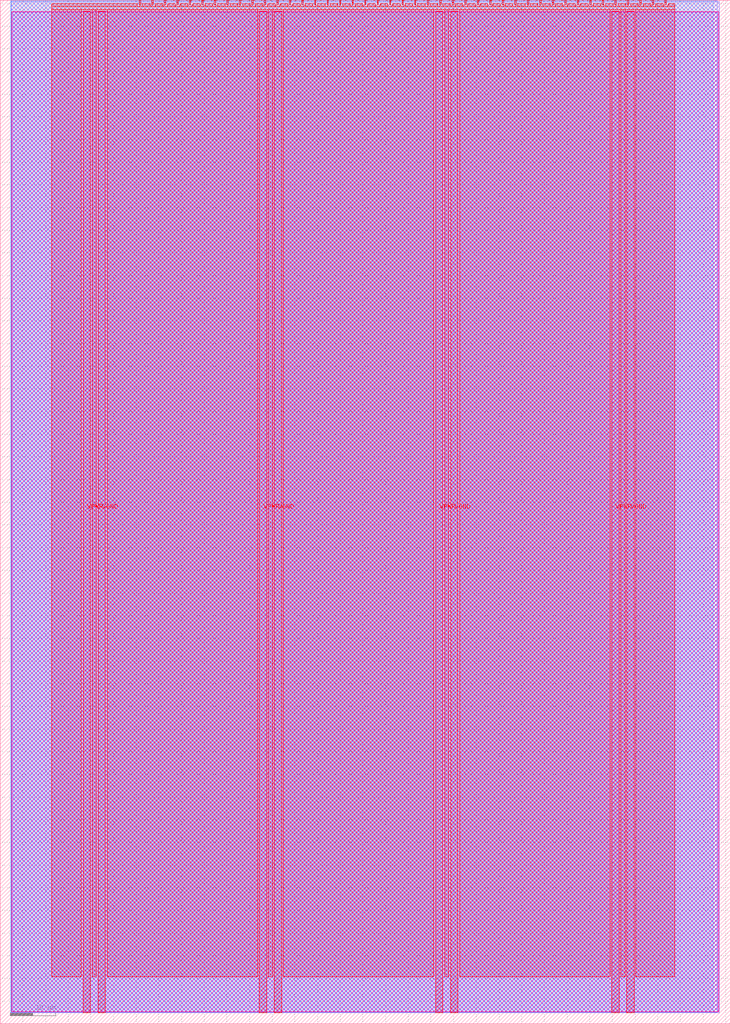
<source format=lef>
VERSION 5.7 ;
  NOWIREEXTENSIONATPIN ON ;
  DIVIDERCHAR "/" ;
  BUSBITCHARS "[]" ;
MACRO tt_um_tpu
  CLASS BLOCK ;
  FOREIGN tt_um_tpu ;
  ORIGIN 0.000 0.000 ;
  SIZE 161.000 BY 225.760 ;
  PIN VGND
    DIRECTION INOUT ;
    USE GROUND ;
    PORT
      LAYER met4 ;
        RECT 21.580 2.480 23.180 223.280 ;
    END
    PORT
      LAYER met4 ;
        RECT 60.450 2.480 62.050 223.280 ;
    END
    PORT
      LAYER met4 ;
        RECT 99.320 2.480 100.920 223.280 ;
    END
    PORT
      LAYER met4 ;
        RECT 138.190 2.480 139.790 223.280 ;
    END
  END VGND
  PIN VPWR
    DIRECTION INOUT ;
    USE POWER ;
    PORT
      LAYER met4 ;
        RECT 18.280 2.480 19.880 223.280 ;
    END
    PORT
      LAYER met4 ;
        RECT 57.150 2.480 58.750 223.280 ;
    END
    PORT
      LAYER met4 ;
        RECT 96.020 2.480 97.620 223.280 ;
    END
    PORT
      LAYER met4 ;
        RECT 134.890 2.480 136.490 223.280 ;
    END
  END VPWR
  PIN clk
    DIRECTION INPUT ;
    USE SIGNAL ;
    ANTENNAGATEAREA 0.852000 ;
    PORT
      LAYER met4 ;
        RECT 143.830 224.760 144.130 225.760 ;
    END
  END clk
  PIN ena
    DIRECTION INPUT ;
    USE SIGNAL ;
    PORT
      LAYER met4 ;
        RECT 146.590 224.760 146.890 225.760 ;
    END
  END ena
  PIN rst_n
    DIRECTION INPUT ;
    USE SIGNAL ;
    ANTENNAGATEAREA 0.213000 ;
    PORT
      LAYER met4 ;
        RECT 141.070 224.760 141.370 225.760 ;
    END
  END rst_n
  PIN ui_in[0]
    DIRECTION INPUT ;
    USE SIGNAL ;
    ANTENNAGATEAREA 0.159000 ;
    PORT
      LAYER met4 ;
        RECT 138.310 224.760 138.610 225.760 ;
    END
  END ui_in[0]
  PIN ui_in[1]
    DIRECTION INPUT ;
    USE SIGNAL ;
    ANTENNAGATEAREA 0.159000 ;
    PORT
      LAYER met4 ;
        RECT 135.550 224.760 135.850 225.760 ;
    END
  END ui_in[1]
  PIN ui_in[2]
    DIRECTION INPUT ;
    USE SIGNAL ;
    ANTENNAGATEAREA 0.213000 ;
    PORT
      LAYER met4 ;
        RECT 132.790 224.760 133.090 225.760 ;
    END
  END ui_in[2]
  PIN ui_in[3]
    DIRECTION INPUT ;
    USE SIGNAL ;
    ANTENNAGATEAREA 0.213000 ;
    PORT
      LAYER met4 ;
        RECT 130.030 224.760 130.330 225.760 ;
    END
  END ui_in[3]
  PIN ui_in[4]
    DIRECTION INPUT ;
    USE SIGNAL ;
    ANTENNAGATEAREA 0.159000 ;
    PORT
      LAYER met4 ;
        RECT 127.270 224.760 127.570 225.760 ;
    END
  END ui_in[4]
  PIN ui_in[5]
    DIRECTION INPUT ;
    USE SIGNAL ;
    ANTENNAGATEAREA 0.159000 ;
    PORT
      LAYER met4 ;
        RECT 124.510 224.760 124.810 225.760 ;
    END
  END ui_in[5]
  PIN ui_in[6]
    DIRECTION INPUT ;
    USE SIGNAL ;
    ANTENNAGATEAREA 0.159000 ;
    PORT
      LAYER met4 ;
        RECT 121.750 224.760 122.050 225.760 ;
    END
  END ui_in[6]
  PIN ui_in[7]
    DIRECTION INPUT ;
    USE SIGNAL ;
    ANTENNAGATEAREA 0.159000 ;
    PORT
      LAYER met4 ;
        RECT 118.990 224.760 119.290 225.760 ;
    END
  END ui_in[7]
  PIN uio_in[0]
    DIRECTION INPUT ;
    USE SIGNAL ;
    ANTENNAGATEAREA 0.196500 ;
    PORT
      LAYER met4 ;
        RECT 116.230 224.760 116.530 225.760 ;
    END
  END uio_in[0]
  PIN uio_in[1]
    DIRECTION INPUT ;
    USE SIGNAL ;
    ANTENNAGATEAREA 0.196500 ;
    PORT
      LAYER met4 ;
        RECT 113.470 224.760 113.770 225.760 ;
    END
  END uio_in[1]
  PIN uio_in[2]
    DIRECTION INPUT ;
    USE SIGNAL ;
    ANTENNAGATEAREA 0.213000 ;
    PORT
      LAYER met4 ;
        RECT 110.710 224.760 111.010 225.760 ;
    END
  END uio_in[2]
  PIN uio_in[3]
    DIRECTION INPUT ;
    USE SIGNAL ;
    PORT
      LAYER met4 ;
        RECT 107.950 224.760 108.250 225.760 ;
    END
  END uio_in[3]
  PIN uio_in[4]
    DIRECTION INPUT ;
    USE SIGNAL ;
    PORT
      LAYER met4 ;
        RECT 105.190 224.760 105.490 225.760 ;
    END
  END uio_in[4]
  PIN uio_in[5]
    DIRECTION INPUT ;
    USE SIGNAL ;
    PORT
      LAYER met4 ;
        RECT 102.430 224.760 102.730 225.760 ;
    END
  END uio_in[5]
  PIN uio_in[6]
    DIRECTION INPUT ;
    USE SIGNAL ;
    PORT
      LAYER met4 ;
        RECT 99.670 224.760 99.970 225.760 ;
    END
  END uio_in[6]
  PIN uio_in[7]
    DIRECTION INPUT ;
    USE SIGNAL ;
    PORT
      LAYER met4 ;
        RECT 96.910 224.760 97.210 225.760 ;
    END
  END uio_in[7]
  PIN uio_oe[0]
    DIRECTION OUTPUT ;
    USE SIGNAL ;
    PORT
      LAYER met4 ;
        RECT 49.990 224.760 50.290 225.760 ;
    END
  END uio_oe[0]
  PIN uio_oe[1]
    DIRECTION OUTPUT ;
    USE SIGNAL ;
    PORT
      LAYER met4 ;
        RECT 47.230 224.760 47.530 225.760 ;
    END
  END uio_oe[1]
  PIN uio_oe[2]
    DIRECTION OUTPUT ;
    USE SIGNAL ;
    PORT
      LAYER met4 ;
        RECT 44.470 224.760 44.770 225.760 ;
    END
  END uio_oe[2]
  PIN uio_oe[3]
    DIRECTION OUTPUT ;
    USE SIGNAL ;
    PORT
      LAYER met4 ;
        RECT 41.710 224.760 42.010 225.760 ;
    END
  END uio_oe[3]
  PIN uio_oe[4]
    DIRECTION OUTPUT ;
    USE SIGNAL ;
    PORT
      LAYER met4 ;
        RECT 38.950 224.760 39.250 225.760 ;
    END
  END uio_oe[4]
  PIN uio_oe[5]
    DIRECTION OUTPUT ;
    USE SIGNAL ;
    PORT
      LAYER met4 ;
        RECT 36.190 224.760 36.490 225.760 ;
    END
  END uio_oe[5]
  PIN uio_oe[6]
    DIRECTION OUTPUT ;
    USE SIGNAL ;
    PORT
      LAYER met4 ;
        RECT 33.430 224.760 33.730 225.760 ;
    END
  END uio_oe[6]
  PIN uio_oe[7]
    DIRECTION OUTPUT ;
    USE SIGNAL ;
    PORT
      LAYER met4 ;
        RECT 30.670 224.760 30.970 225.760 ;
    END
  END uio_oe[7]
  PIN uio_out[0]
    DIRECTION OUTPUT ;
    USE SIGNAL ;
    PORT
      LAYER met4 ;
        RECT 72.070 224.760 72.370 225.760 ;
    END
  END uio_out[0]
  PIN uio_out[1]
    DIRECTION OUTPUT ;
    USE SIGNAL ;
    PORT
      LAYER met4 ;
        RECT 69.310 224.760 69.610 225.760 ;
    END
  END uio_out[1]
  PIN uio_out[2]
    DIRECTION OUTPUT ;
    USE SIGNAL ;
    PORT
      LAYER met4 ;
        RECT 66.550 224.760 66.850 225.760 ;
    END
  END uio_out[2]
  PIN uio_out[3]
    DIRECTION OUTPUT ;
    USE SIGNAL ;
    PORT
      LAYER met4 ;
        RECT 63.790 224.760 64.090 225.760 ;
    END
  END uio_out[3]
  PIN uio_out[4]
    DIRECTION OUTPUT ;
    USE SIGNAL ;
    PORT
      LAYER met4 ;
        RECT 61.030 224.760 61.330 225.760 ;
    END
  END uio_out[4]
  PIN uio_out[5]
    DIRECTION OUTPUT ;
    USE SIGNAL ;
    ANTENNADIFFAREA 0.795200 ;
    PORT
      LAYER met4 ;
        RECT 58.270 224.760 58.570 225.760 ;
    END
  END uio_out[5]
  PIN uio_out[6]
    DIRECTION OUTPUT ;
    USE SIGNAL ;
    ANTENNADIFFAREA 0.795200 ;
    PORT
      LAYER met4 ;
        RECT 55.510 224.760 55.810 225.760 ;
    END
  END uio_out[6]
  PIN uio_out[7]
    DIRECTION OUTPUT ;
    USE SIGNAL ;
    ANTENNADIFFAREA 0.445500 ;
    PORT
      LAYER met4 ;
        RECT 52.750 224.760 53.050 225.760 ;
    END
  END uio_out[7]
  PIN uo_out[0]
    DIRECTION OUTPUT ;
    USE SIGNAL ;
    ANTENNADIFFAREA 0.445500 ;
    PORT
      LAYER met4 ;
        RECT 94.150 224.760 94.450 225.760 ;
    END
  END uo_out[0]
  PIN uo_out[1]
    DIRECTION OUTPUT ;
    USE SIGNAL ;
    ANTENNADIFFAREA 0.445500 ;
    PORT
      LAYER met4 ;
        RECT 91.390 224.760 91.690 225.760 ;
    END
  END uo_out[1]
  PIN uo_out[2]
    DIRECTION OUTPUT ;
    USE SIGNAL ;
    ANTENNADIFFAREA 0.445500 ;
    PORT
      LAYER met4 ;
        RECT 88.630 224.760 88.930 225.760 ;
    END
  END uo_out[2]
  PIN uo_out[3]
    DIRECTION OUTPUT ;
    USE SIGNAL ;
    ANTENNADIFFAREA 0.445500 ;
    PORT
      LAYER met4 ;
        RECT 85.870 224.760 86.170 225.760 ;
    END
  END uo_out[3]
  PIN uo_out[4]
    DIRECTION OUTPUT ;
    USE SIGNAL ;
    ANTENNADIFFAREA 0.445500 ;
    PORT
      LAYER met4 ;
        RECT 83.110 224.760 83.410 225.760 ;
    END
  END uo_out[4]
  PIN uo_out[5]
    DIRECTION OUTPUT ;
    USE SIGNAL ;
    ANTENNADIFFAREA 0.445500 ;
    PORT
      LAYER met4 ;
        RECT 80.350 224.760 80.650 225.760 ;
    END
  END uo_out[5]
  PIN uo_out[6]
    DIRECTION OUTPUT ;
    USE SIGNAL ;
    ANTENNADIFFAREA 0.445500 ;
    PORT
      LAYER met4 ;
        RECT 77.590 224.760 77.890 225.760 ;
    END
  END uo_out[6]
  PIN uo_out[7]
    DIRECTION OUTPUT ;
    USE SIGNAL ;
    ANTENNADIFFAREA 0.445500 ;
    PORT
      LAYER met4 ;
        RECT 74.830 224.760 75.130 225.760 ;
    END
  END uo_out[7]
  OBS
      LAYER nwell ;
        RECT 2.570 2.635 158.430 223.230 ;
      LAYER li1 ;
        RECT 2.760 2.635 158.240 223.125 ;
      LAYER met1 ;
        RECT 2.370 2.480 158.540 225.380 ;
      LAYER met2 ;
        RECT 2.390 2.535 158.140 225.605 ;
      LAYER met3 ;
        RECT 2.365 2.555 157.255 225.585 ;
      LAYER met4 ;
        RECT 11.335 224.360 30.270 224.905 ;
        RECT 31.370 224.360 33.030 224.905 ;
        RECT 34.130 224.360 35.790 224.905 ;
        RECT 36.890 224.360 38.550 224.905 ;
        RECT 39.650 224.360 41.310 224.905 ;
        RECT 42.410 224.360 44.070 224.905 ;
        RECT 45.170 224.360 46.830 224.905 ;
        RECT 47.930 224.360 49.590 224.905 ;
        RECT 50.690 224.360 52.350 224.905 ;
        RECT 53.450 224.360 55.110 224.905 ;
        RECT 56.210 224.360 57.870 224.905 ;
        RECT 58.970 224.360 60.630 224.905 ;
        RECT 61.730 224.360 63.390 224.905 ;
        RECT 64.490 224.360 66.150 224.905 ;
        RECT 67.250 224.360 68.910 224.905 ;
        RECT 70.010 224.360 71.670 224.905 ;
        RECT 72.770 224.360 74.430 224.905 ;
        RECT 75.530 224.360 77.190 224.905 ;
        RECT 78.290 224.360 79.950 224.905 ;
        RECT 81.050 224.360 82.710 224.905 ;
        RECT 83.810 224.360 85.470 224.905 ;
        RECT 86.570 224.360 88.230 224.905 ;
        RECT 89.330 224.360 90.990 224.905 ;
        RECT 92.090 224.360 93.750 224.905 ;
        RECT 94.850 224.360 96.510 224.905 ;
        RECT 97.610 224.360 99.270 224.905 ;
        RECT 100.370 224.360 102.030 224.905 ;
        RECT 103.130 224.360 104.790 224.905 ;
        RECT 105.890 224.360 107.550 224.905 ;
        RECT 108.650 224.360 110.310 224.905 ;
        RECT 111.410 224.360 113.070 224.905 ;
        RECT 114.170 224.360 115.830 224.905 ;
        RECT 116.930 224.360 118.590 224.905 ;
        RECT 119.690 224.360 121.350 224.905 ;
        RECT 122.450 224.360 124.110 224.905 ;
        RECT 125.210 224.360 126.870 224.905 ;
        RECT 127.970 224.360 129.630 224.905 ;
        RECT 130.730 224.360 132.390 224.905 ;
        RECT 133.490 224.360 135.150 224.905 ;
        RECT 136.250 224.360 137.910 224.905 ;
        RECT 139.010 224.360 140.670 224.905 ;
        RECT 141.770 224.360 143.430 224.905 ;
        RECT 144.530 224.360 146.190 224.905 ;
        RECT 147.290 224.360 148.745 224.905 ;
        RECT 11.335 223.680 148.745 224.360 ;
        RECT 11.335 10.375 17.880 223.680 ;
        RECT 20.280 10.375 21.180 223.680 ;
        RECT 23.580 10.375 56.750 223.680 ;
        RECT 59.150 10.375 60.050 223.680 ;
        RECT 62.450 10.375 95.620 223.680 ;
        RECT 98.020 10.375 98.920 223.680 ;
        RECT 101.320 10.375 134.490 223.680 ;
        RECT 136.890 10.375 137.790 223.680 ;
        RECT 140.190 10.375 148.745 223.680 ;
  END
END tt_um_tpu
END LIBRARY


</source>
